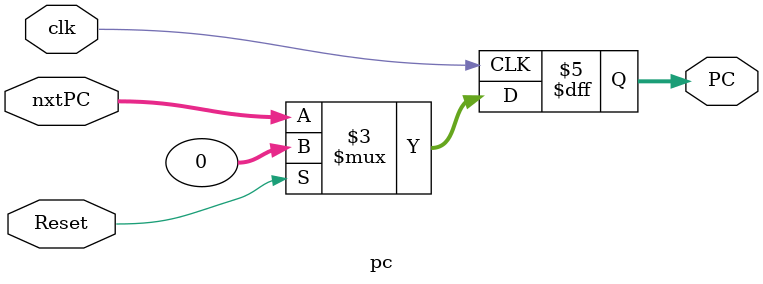
<source format=v>
`timescale 1ns / 1ps


module pc(
input [31:0] nxtPC,
input Reset,
input clk,
output reg [31:0] PC
    );
    always @(posedge clk) begin
    if (Reset) PC = 0;
    else PC = nxtPC;
end
endmodule

</source>
